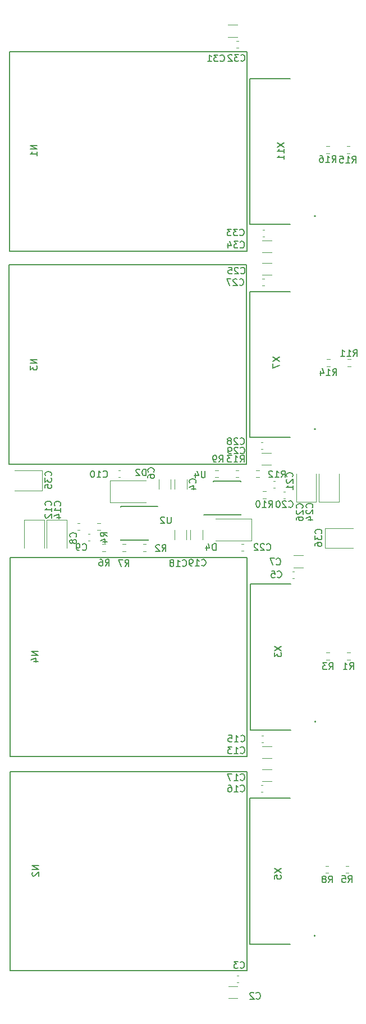
<source format=gbo>
%TF.GenerationSoftware,KiCad,Pcbnew,6.0.11-2627ca5db0~126~ubuntu20.04.1*%
%TF.CreationDate,2023-02-14T13:04:38+06:00*%
%TF.ProjectId,Router_Modems,526f7574-6572-45f4-9d6f-64656d732e6b,rev?*%
%TF.SameCoordinates,PX3975790PY2486960*%
%TF.FileFunction,Legend,Bot*%
%TF.FilePolarity,Positive*%
%FSLAX46Y46*%
G04 Gerber Fmt 4.6, Leading zero omitted, Abs format (unit mm)*
G04 Created by KiCad (PCBNEW 6.0.11-2627ca5db0~126~ubuntu20.04.1) date 2023-02-14 13:04:38*
%MOMM*%
%LPD*%
G01*
G04 APERTURE LIST*
%ADD10C,0.150000*%
%ADD11C,0.120000*%
%ADD12C,0.127000*%
%ADD13C,0.200000*%
G04 APERTURE END LIST*
D10*
X4462500Y-76950000D02*
X40212500Y-76950000D01*
X40212500Y-76950000D02*
X40212500Y-106950000D01*
X40212500Y-106950000D02*
X4462500Y-106950000D01*
X4462500Y-106950000D02*
X4462500Y-76950000D01*
X4412500Y-109200000D02*
X40162500Y-109200000D01*
X40162500Y-109200000D02*
X40162500Y-139200000D01*
X40162500Y-139200000D02*
X4412500Y-139200000D01*
X4412500Y-139200000D02*
X4412500Y-109200000D01*
X4312500Y-32900000D02*
X40112500Y-32900000D01*
X40112500Y-32900000D02*
X40112500Y-62900000D01*
X40112500Y-62900000D02*
X4312500Y-62900000D01*
X4312500Y-62900000D02*
X4312500Y-32900000D01*
X4362500Y-800000D02*
X40162500Y-800000D01*
X40162500Y-800000D02*
X40162500Y-30800000D01*
X40162500Y-30800000D02*
X4362500Y-30800000D01*
X4362500Y-30800000D02*
X4362500Y-800000D01*
%TO.C,C21*%
X47007142Y-64807142D02*
X47054761Y-64759523D01*
X47102380Y-64616666D01*
X47102380Y-64521428D01*
X47054761Y-64378571D01*
X46959523Y-64283333D01*
X46864285Y-64235714D01*
X46673809Y-64188095D01*
X46530952Y-64188095D01*
X46340476Y-64235714D01*
X46245238Y-64283333D01*
X46150000Y-64378571D01*
X46102380Y-64521428D01*
X46102380Y-64616666D01*
X46150000Y-64759523D01*
X46197619Y-64807142D01*
X46197619Y-65188095D02*
X46150000Y-65235714D01*
X46102380Y-65330952D01*
X46102380Y-65569047D01*
X46150000Y-65664285D01*
X46197619Y-65711904D01*
X46292857Y-65759523D01*
X46388095Y-65759523D01*
X46530952Y-65711904D01*
X47102380Y-65140476D01*
X47102380Y-65759523D01*
X47102380Y-66711904D02*
X47102380Y-66140476D01*
X47102380Y-66426190D02*
X46102380Y-66426190D01*
X46245238Y-66330952D01*
X46340476Y-66235714D01*
X46388095Y-66140476D01*
%TO.C,C24*%
X50007142Y-69457142D02*
X50054761Y-69409523D01*
X50102380Y-69266666D01*
X50102380Y-69171428D01*
X50054761Y-69028571D01*
X49959523Y-68933333D01*
X49864285Y-68885714D01*
X49673809Y-68838095D01*
X49530952Y-68838095D01*
X49340476Y-68885714D01*
X49245238Y-68933333D01*
X49150000Y-69028571D01*
X49102380Y-69171428D01*
X49102380Y-69266666D01*
X49150000Y-69409523D01*
X49197619Y-69457142D01*
X49197619Y-69838095D02*
X49150000Y-69885714D01*
X49102380Y-69980952D01*
X49102380Y-70219047D01*
X49150000Y-70314285D01*
X49197619Y-70361904D01*
X49292857Y-70409523D01*
X49388095Y-70409523D01*
X49530952Y-70361904D01*
X50102380Y-69790476D01*
X50102380Y-70409523D01*
X49435714Y-71266666D02*
X50102380Y-71266666D01*
X49054761Y-71028571D02*
X49769047Y-70790476D01*
X49769047Y-71409523D01*
%TO.C,R2*%
X27366666Y-76052380D02*
X27700000Y-75576190D01*
X27938095Y-76052380D02*
X27938095Y-75052380D01*
X27557142Y-75052380D01*
X27461904Y-75100000D01*
X27414285Y-75147619D01*
X27366666Y-75242857D01*
X27366666Y-75385714D01*
X27414285Y-75480952D01*
X27461904Y-75528571D01*
X27557142Y-75576190D01*
X27938095Y-75576190D01*
X26985714Y-75147619D02*
X26938095Y-75100000D01*
X26842857Y-75052380D01*
X26604761Y-75052380D01*
X26509523Y-75100000D01*
X26461904Y-75147619D01*
X26414285Y-75242857D01*
X26414285Y-75338095D01*
X26461904Y-75480952D01*
X27033333Y-76052380D01*
X26414285Y-76052380D01*
%TO.C,C34*%
X39142857Y-30257142D02*
X39190476Y-30304761D01*
X39333333Y-30352380D01*
X39428571Y-30352380D01*
X39571428Y-30304761D01*
X39666666Y-30209523D01*
X39714285Y-30114285D01*
X39761904Y-29923809D01*
X39761904Y-29780952D01*
X39714285Y-29590476D01*
X39666666Y-29495238D01*
X39571428Y-29400000D01*
X39428571Y-29352380D01*
X39333333Y-29352380D01*
X39190476Y-29400000D01*
X39142857Y-29447619D01*
X38809523Y-29352380D02*
X38190476Y-29352380D01*
X38523809Y-29733333D01*
X38380952Y-29733333D01*
X38285714Y-29780952D01*
X38238095Y-29828571D01*
X38190476Y-29923809D01*
X38190476Y-30161904D01*
X38238095Y-30257142D01*
X38285714Y-30304761D01*
X38380952Y-30352380D01*
X38666666Y-30352380D01*
X38761904Y-30304761D01*
X38809523Y-30257142D01*
X37333333Y-29685714D02*
X37333333Y-30352380D01*
X37571428Y-29304761D02*
X37809523Y-30019047D01*
X37190476Y-30019047D01*
%TO.C,N2*%
X8752380Y-123388095D02*
X7752380Y-123388095D01*
X8752380Y-123959523D01*
X7752380Y-123959523D01*
X7847619Y-124388095D02*
X7800000Y-124435714D01*
X7752380Y-124530952D01*
X7752380Y-124769047D01*
X7800000Y-124864285D01*
X7847619Y-124911904D01*
X7942857Y-124959523D01*
X8038095Y-124959523D01*
X8180952Y-124911904D01*
X8752380Y-124340476D01*
X8752380Y-124959523D01*
%TO.C,X5*%
X44301919Y-123839793D02*
X45302762Y-124507022D01*
X44301919Y-124507022D02*
X45302762Y-123839793D01*
X44301919Y-125364887D02*
X44301919Y-124888295D01*
X44778511Y-124840636D01*
X44730852Y-124888295D01*
X44683192Y-124983614D01*
X44683192Y-125221910D01*
X44730852Y-125317228D01*
X44778511Y-125364887D01*
X44873829Y-125412547D01*
X45112125Y-125412547D01*
X45207443Y-125364887D01*
X45255103Y-125317228D01*
X45302762Y-125221910D01*
X45302762Y-124983614D01*
X45255103Y-124888295D01*
X45207443Y-124840636D01*
%TO.C,R6*%
X18816666Y-78252380D02*
X19150000Y-77776190D01*
X19388095Y-78252380D02*
X19388095Y-77252380D01*
X19007142Y-77252380D01*
X18911904Y-77300000D01*
X18864285Y-77347619D01*
X18816666Y-77442857D01*
X18816666Y-77585714D01*
X18864285Y-77680952D01*
X18911904Y-77728571D01*
X19007142Y-77776190D01*
X19388095Y-77776190D01*
X17959523Y-77252380D02*
X18150000Y-77252380D01*
X18245238Y-77300000D01*
X18292857Y-77347619D01*
X18388095Y-77490476D01*
X18435714Y-77680952D01*
X18435714Y-78061904D01*
X18388095Y-78157142D01*
X18340476Y-78204761D01*
X18245238Y-78252380D01*
X18054761Y-78252380D01*
X17959523Y-78204761D01*
X17911904Y-78157142D01*
X17864285Y-78061904D01*
X17864285Y-77823809D01*
X17911904Y-77728571D01*
X17959523Y-77680952D01*
X18054761Y-77633333D01*
X18245238Y-77633333D01*
X18340476Y-77680952D01*
X18388095Y-77728571D01*
X18435714Y-77823809D01*
%TO.C,C28*%
X39142857Y-59857142D02*
X39190476Y-59904761D01*
X39333333Y-59952380D01*
X39428571Y-59952380D01*
X39571428Y-59904761D01*
X39666666Y-59809523D01*
X39714285Y-59714285D01*
X39761904Y-59523809D01*
X39761904Y-59380952D01*
X39714285Y-59190476D01*
X39666666Y-59095238D01*
X39571428Y-59000000D01*
X39428571Y-58952380D01*
X39333333Y-58952380D01*
X39190476Y-59000000D01*
X39142857Y-59047619D01*
X38761904Y-59047619D02*
X38714285Y-59000000D01*
X38619047Y-58952380D01*
X38380952Y-58952380D01*
X38285714Y-59000000D01*
X38238095Y-59047619D01*
X38190476Y-59142857D01*
X38190476Y-59238095D01*
X38238095Y-59380952D01*
X38809523Y-59952380D01*
X38190476Y-59952380D01*
X37619047Y-59380952D02*
X37714285Y-59333333D01*
X37761904Y-59285714D01*
X37809523Y-59190476D01*
X37809523Y-59142857D01*
X37761904Y-59047619D01*
X37714285Y-59000000D01*
X37619047Y-58952380D01*
X37428571Y-58952380D01*
X37333333Y-59000000D01*
X37285714Y-59047619D01*
X37238095Y-59142857D01*
X37238095Y-59190476D01*
X37285714Y-59285714D01*
X37333333Y-59333333D01*
X37428571Y-59380952D01*
X37619047Y-59380952D01*
X37714285Y-59428571D01*
X37761904Y-59476190D01*
X37809523Y-59571428D01*
X37809523Y-59761904D01*
X37761904Y-59857142D01*
X37714285Y-59904761D01*
X37619047Y-59952380D01*
X37428571Y-59952380D01*
X37333333Y-59904761D01*
X37285714Y-59857142D01*
X37238095Y-59761904D01*
X37238095Y-59571428D01*
X37285714Y-59476190D01*
X37333333Y-59428571D01*
X37428571Y-59380952D01*
%TO.C,C10*%
X18492857Y-64807142D02*
X18540476Y-64854761D01*
X18683333Y-64902380D01*
X18778571Y-64902380D01*
X18921428Y-64854761D01*
X19016666Y-64759523D01*
X19064285Y-64664285D01*
X19111904Y-64473809D01*
X19111904Y-64330952D01*
X19064285Y-64140476D01*
X19016666Y-64045238D01*
X18921428Y-63950000D01*
X18778571Y-63902380D01*
X18683333Y-63902380D01*
X18540476Y-63950000D01*
X18492857Y-63997619D01*
X17540476Y-64902380D02*
X18111904Y-64902380D01*
X17826190Y-64902380D02*
X17826190Y-63902380D01*
X17921428Y-64045238D01*
X18016666Y-64140476D01*
X18111904Y-64188095D01*
X16921428Y-63902380D02*
X16826190Y-63902380D01*
X16730952Y-63950000D01*
X16683333Y-63997619D01*
X16635714Y-64092857D01*
X16588095Y-64283333D01*
X16588095Y-64521428D01*
X16635714Y-64711904D01*
X16683333Y-64807142D01*
X16730952Y-64854761D01*
X16826190Y-64902380D01*
X16921428Y-64902380D01*
X17016666Y-64854761D01*
X17064285Y-64807142D01*
X17111904Y-64711904D01*
X17159523Y-64521428D01*
X17159523Y-64283333D01*
X17111904Y-64092857D01*
X17064285Y-63997619D01*
X17016666Y-63950000D01*
X16921428Y-63902380D01*
%TO.C,C2*%
X41566666Y-143407142D02*
X41614285Y-143454761D01*
X41757142Y-143502380D01*
X41852380Y-143502380D01*
X41995238Y-143454761D01*
X42090476Y-143359523D01*
X42138095Y-143264285D01*
X42185714Y-143073809D01*
X42185714Y-142930952D01*
X42138095Y-142740476D01*
X42090476Y-142645238D01*
X41995238Y-142550000D01*
X41852380Y-142502380D01*
X41757142Y-142502380D01*
X41614285Y-142550000D01*
X41566666Y-142597619D01*
X41185714Y-142597619D02*
X41138095Y-142550000D01*
X41042857Y-142502380D01*
X40804761Y-142502380D01*
X40709523Y-142550000D01*
X40661904Y-142597619D01*
X40614285Y-142692857D01*
X40614285Y-142788095D01*
X40661904Y-142930952D01*
X41233333Y-143502380D01*
X40614285Y-143502380D01*
%TO.C,C16*%
X39192857Y-112157142D02*
X39240476Y-112204761D01*
X39383333Y-112252380D01*
X39478571Y-112252380D01*
X39621428Y-112204761D01*
X39716666Y-112109523D01*
X39764285Y-112014285D01*
X39811904Y-111823809D01*
X39811904Y-111680952D01*
X39764285Y-111490476D01*
X39716666Y-111395238D01*
X39621428Y-111300000D01*
X39478571Y-111252380D01*
X39383333Y-111252380D01*
X39240476Y-111300000D01*
X39192857Y-111347619D01*
X38240476Y-112252380D02*
X38811904Y-112252380D01*
X38526190Y-112252380D02*
X38526190Y-111252380D01*
X38621428Y-111395238D01*
X38716666Y-111490476D01*
X38811904Y-111538095D01*
X37383333Y-111252380D02*
X37573809Y-111252380D01*
X37669047Y-111300000D01*
X37716666Y-111347619D01*
X37811904Y-111490476D01*
X37859523Y-111680952D01*
X37859523Y-112061904D01*
X37811904Y-112157142D01*
X37764285Y-112204761D01*
X37669047Y-112252380D01*
X37478571Y-112252380D01*
X37383333Y-112204761D01*
X37335714Y-112157142D01*
X37288095Y-112061904D01*
X37288095Y-111823809D01*
X37335714Y-111728571D01*
X37383333Y-111680952D01*
X37478571Y-111633333D01*
X37669047Y-111633333D01*
X37764285Y-111680952D01*
X37811904Y-111728571D01*
X37859523Y-111823809D01*
%TO.C,R11*%
X56217857Y-46672380D02*
X56551190Y-46196190D01*
X56789285Y-46672380D02*
X56789285Y-45672380D01*
X56408333Y-45672380D01*
X56313095Y-45720000D01*
X56265476Y-45767619D01*
X56217857Y-45862857D01*
X56217857Y-46005714D01*
X56265476Y-46100952D01*
X56313095Y-46148571D01*
X56408333Y-46196190D01*
X56789285Y-46196190D01*
X55265476Y-46672380D02*
X55836904Y-46672380D01*
X55551190Y-46672380D02*
X55551190Y-45672380D01*
X55646428Y-45815238D01*
X55741666Y-45910476D01*
X55836904Y-45958095D01*
X54313095Y-46672380D02*
X54884523Y-46672380D01*
X54598809Y-46672380D02*
X54598809Y-45672380D01*
X54694047Y-45815238D01*
X54789285Y-45910476D01*
X54884523Y-45958095D01*
%TO.C,C8*%
X14357142Y-73883333D02*
X14404761Y-73835714D01*
X14452380Y-73692857D01*
X14452380Y-73597619D01*
X14404761Y-73454761D01*
X14309523Y-73359523D01*
X14214285Y-73311904D01*
X14023809Y-73264285D01*
X13880952Y-73264285D01*
X13690476Y-73311904D01*
X13595238Y-73359523D01*
X13500000Y-73454761D01*
X13452380Y-73597619D01*
X13452380Y-73692857D01*
X13500000Y-73835714D01*
X13547619Y-73883333D01*
X13880952Y-74454761D02*
X13833333Y-74359523D01*
X13785714Y-74311904D01*
X13690476Y-74264285D01*
X13642857Y-74264285D01*
X13547619Y-74311904D01*
X13500000Y-74359523D01*
X13452380Y-74454761D01*
X13452380Y-74645238D01*
X13500000Y-74740476D01*
X13547619Y-74788095D01*
X13642857Y-74835714D01*
X13690476Y-74835714D01*
X13785714Y-74788095D01*
X13833333Y-74740476D01*
X13880952Y-74645238D01*
X13880952Y-74454761D01*
X13928571Y-74359523D01*
X13976190Y-74311904D01*
X14071428Y-74264285D01*
X14261904Y-74264285D01*
X14357142Y-74311904D01*
X14404761Y-74359523D01*
X14452380Y-74454761D01*
X14452380Y-74645238D01*
X14404761Y-74740476D01*
X14357142Y-74788095D01*
X14261904Y-74835714D01*
X14071428Y-74835714D01*
X13976190Y-74788095D01*
X13928571Y-74740476D01*
X13880952Y-74645238D01*
%TO.C,C19*%
X33342857Y-78157142D02*
X33390476Y-78204761D01*
X33533333Y-78252380D01*
X33628571Y-78252380D01*
X33771428Y-78204761D01*
X33866666Y-78109523D01*
X33914285Y-78014285D01*
X33961904Y-77823809D01*
X33961904Y-77680952D01*
X33914285Y-77490476D01*
X33866666Y-77395238D01*
X33771428Y-77300000D01*
X33628571Y-77252380D01*
X33533333Y-77252380D01*
X33390476Y-77300000D01*
X33342857Y-77347619D01*
X32390476Y-78252380D02*
X32961904Y-78252380D01*
X32676190Y-78252380D02*
X32676190Y-77252380D01*
X32771428Y-77395238D01*
X32866666Y-77490476D01*
X32961904Y-77538095D01*
X31914285Y-78252380D02*
X31723809Y-78252380D01*
X31628571Y-78204761D01*
X31580952Y-78157142D01*
X31485714Y-78014285D01*
X31438095Y-77823809D01*
X31438095Y-77442857D01*
X31485714Y-77347619D01*
X31533333Y-77300000D01*
X31628571Y-77252380D01*
X31819047Y-77252380D01*
X31914285Y-77300000D01*
X31961904Y-77347619D01*
X32009523Y-77442857D01*
X32009523Y-77680952D01*
X31961904Y-77776190D01*
X31914285Y-77823809D01*
X31819047Y-77871428D01*
X31628571Y-77871428D01*
X31533333Y-77823809D01*
X31485714Y-77776190D01*
X31438095Y-77680952D01*
%TO.C,R9*%
X35966666Y-62602380D02*
X36300000Y-62126190D01*
X36538095Y-62602380D02*
X36538095Y-61602380D01*
X36157142Y-61602380D01*
X36061904Y-61650000D01*
X36014285Y-61697619D01*
X35966666Y-61792857D01*
X35966666Y-61935714D01*
X36014285Y-62030952D01*
X36061904Y-62078571D01*
X36157142Y-62126190D01*
X36538095Y-62126190D01*
X35490476Y-62602380D02*
X35300000Y-62602380D01*
X35204761Y-62554761D01*
X35157142Y-62507142D01*
X35061904Y-62364285D01*
X35014285Y-62173809D01*
X35014285Y-61792857D01*
X35061904Y-61697619D01*
X35109523Y-61650000D01*
X35204761Y-61602380D01*
X35395238Y-61602380D01*
X35490476Y-61650000D01*
X35538095Y-61697619D01*
X35585714Y-61792857D01*
X35585714Y-62030952D01*
X35538095Y-62126190D01*
X35490476Y-62173809D01*
X35395238Y-62221428D01*
X35204761Y-62221428D01*
X35109523Y-62173809D01*
X35061904Y-62126190D01*
X35014285Y-62030952D01*
%TO.C,R8*%
X52466666Y-125952380D02*
X52800000Y-125476190D01*
X53038095Y-125952380D02*
X53038095Y-124952380D01*
X52657142Y-124952380D01*
X52561904Y-125000000D01*
X52514285Y-125047619D01*
X52466666Y-125142857D01*
X52466666Y-125285714D01*
X52514285Y-125380952D01*
X52561904Y-125428571D01*
X52657142Y-125476190D01*
X53038095Y-125476190D01*
X51895238Y-125380952D02*
X51990476Y-125333333D01*
X52038095Y-125285714D01*
X52085714Y-125190476D01*
X52085714Y-125142857D01*
X52038095Y-125047619D01*
X51990476Y-125000000D01*
X51895238Y-124952380D01*
X51704761Y-124952380D01*
X51609523Y-125000000D01*
X51561904Y-125047619D01*
X51514285Y-125142857D01*
X51514285Y-125190476D01*
X51561904Y-125285714D01*
X51609523Y-125333333D01*
X51704761Y-125380952D01*
X51895238Y-125380952D01*
X51990476Y-125428571D01*
X52038095Y-125476190D01*
X52085714Y-125571428D01*
X52085714Y-125761904D01*
X52038095Y-125857142D01*
X51990476Y-125904761D01*
X51895238Y-125952380D01*
X51704761Y-125952380D01*
X51609523Y-125904761D01*
X51561904Y-125857142D01*
X51514285Y-125761904D01*
X51514285Y-125571428D01*
X51561904Y-125476190D01*
X51609523Y-125428571D01*
X51704761Y-125380952D01*
%TO.C,C32*%
X39242857Y-2107142D02*
X39290476Y-2154761D01*
X39433333Y-2202380D01*
X39528571Y-2202380D01*
X39671428Y-2154761D01*
X39766666Y-2059523D01*
X39814285Y-1964285D01*
X39861904Y-1773809D01*
X39861904Y-1630952D01*
X39814285Y-1440476D01*
X39766666Y-1345238D01*
X39671428Y-1250000D01*
X39528571Y-1202380D01*
X39433333Y-1202380D01*
X39290476Y-1250000D01*
X39242857Y-1297619D01*
X38909523Y-1202380D02*
X38290476Y-1202380D01*
X38623809Y-1583333D01*
X38480952Y-1583333D01*
X38385714Y-1630952D01*
X38338095Y-1678571D01*
X38290476Y-1773809D01*
X38290476Y-2011904D01*
X38338095Y-2107142D01*
X38385714Y-2154761D01*
X38480952Y-2202380D01*
X38766666Y-2202380D01*
X38861904Y-2154761D01*
X38909523Y-2107142D01*
X37909523Y-1297619D02*
X37861904Y-1250000D01*
X37766666Y-1202380D01*
X37528571Y-1202380D01*
X37433333Y-1250000D01*
X37385714Y-1297619D01*
X37338095Y-1392857D01*
X37338095Y-1488095D01*
X37385714Y-1630952D01*
X37957142Y-2202380D01*
X37338095Y-2202380D01*
%TO.C,D2*%
X24938095Y-64652380D02*
X24938095Y-63652380D01*
X24700000Y-63652380D01*
X24557142Y-63700000D01*
X24461904Y-63795238D01*
X24414285Y-63890476D01*
X24366666Y-64080952D01*
X24366666Y-64223809D01*
X24414285Y-64414285D01*
X24461904Y-64509523D01*
X24557142Y-64604761D01*
X24700000Y-64652380D01*
X24938095Y-64652380D01*
X23985714Y-63747619D02*
X23938095Y-63700000D01*
X23842857Y-63652380D01*
X23604761Y-63652380D01*
X23509523Y-63700000D01*
X23461904Y-63747619D01*
X23414285Y-63842857D01*
X23414285Y-63938095D01*
X23461904Y-64080952D01*
X24033333Y-64652380D01*
X23414285Y-64652380D01*
%TO.C,C4*%
X32382142Y-65758333D02*
X32429761Y-65710714D01*
X32477380Y-65567857D01*
X32477380Y-65472619D01*
X32429761Y-65329761D01*
X32334523Y-65234523D01*
X32239285Y-65186904D01*
X32048809Y-65139285D01*
X31905952Y-65139285D01*
X31715476Y-65186904D01*
X31620238Y-65234523D01*
X31525000Y-65329761D01*
X31477380Y-65472619D01*
X31477380Y-65567857D01*
X31525000Y-65710714D01*
X31572619Y-65758333D01*
X31810714Y-66615476D02*
X32477380Y-66615476D01*
X31429761Y-66377380D02*
X32144047Y-66139285D01*
X32144047Y-66758333D01*
%TO.C,C9*%
X15366666Y-75807142D02*
X15414285Y-75854761D01*
X15557142Y-75902380D01*
X15652380Y-75902380D01*
X15795238Y-75854761D01*
X15890476Y-75759523D01*
X15938095Y-75664285D01*
X15985714Y-75473809D01*
X15985714Y-75330952D01*
X15938095Y-75140476D01*
X15890476Y-75045238D01*
X15795238Y-74950000D01*
X15652380Y-74902380D01*
X15557142Y-74902380D01*
X15414285Y-74950000D01*
X15366666Y-74997619D01*
X14890476Y-75902380D02*
X14700000Y-75902380D01*
X14604761Y-75854761D01*
X14557142Y-75807142D01*
X14461904Y-75664285D01*
X14414285Y-75473809D01*
X14414285Y-75092857D01*
X14461904Y-74997619D01*
X14509523Y-74950000D01*
X14604761Y-74902380D01*
X14795238Y-74902380D01*
X14890476Y-74950000D01*
X14938095Y-74997619D01*
X14985714Y-75092857D01*
X14985714Y-75330952D01*
X14938095Y-75426190D01*
X14890476Y-75473809D01*
X14795238Y-75521428D01*
X14604761Y-75521428D01*
X14509523Y-75473809D01*
X14461904Y-75426190D01*
X14414285Y-75330952D01*
%TO.C,R12*%
X45342857Y-64902380D02*
X45676190Y-64426190D01*
X45914285Y-64902380D02*
X45914285Y-63902380D01*
X45533333Y-63902380D01*
X45438095Y-63950000D01*
X45390476Y-63997619D01*
X45342857Y-64092857D01*
X45342857Y-64235714D01*
X45390476Y-64330952D01*
X45438095Y-64378571D01*
X45533333Y-64426190D01*
X45914285Y-64426190D01*
X44390476Y-64902380D02*
X44961904Y-64902380D01*
X44676190Y-64902380D02*
X44676190Y-63902380D01*
X44771428Y-64045238D01*
X44866666Y-64140476D01*
X44961904Y-64188095D01*
X44009523Y-63997619D02*
X43961904Y-63950000D01*
X43866666Y-63902380D01*
X43628571Y-63902380D01*
X43533333Y-63950000D01*
X43485714Y-63997619D01*
X43438095Y-64092857D01*
X43438095Y-64188095D01*
X43485714Y-64330952D01*
X44057142Y-64902380D01*
X43438095Y-64902380D01*
%TO.C,C25*%
X39242857Y-34157142D02*
X39290476Y-34204761D01*
X39433333Y-34252380D01*
X39528571Y-34252380D01*
X39671428Y-34204761D01*
X39766666Y-34109523D01*
X39814285Y-34014285D01*
X39861904Y-33823809D01*
X39861904Y-33680952D01*
X39814285Y-33490476D01*
X39766666Y-33395238D01*
X39671428Y-33300000D01*
X39528571Y-33252380D01*
X39433333Y-33252380D01*
X39290476Y-33300000D01*
X39242857Y-33347619D01*
X38861904Y-33347619D02*
X38814285Y-33300000D01*
X38719047Y-33252380D01*
X38480952Y-33252380D01*
X38385714Y-33300000D01*
X38338095Y-33347619D01*
X38290476Y-33442857D01*
X38290476Y-33538095D01*
X38338095Y-33680952D01*
X38909523Y-34252380D01*
X38290476Y-34252380D01*
X37385714Y-33252380D02*
X37861904Y-33252380D01*
X37909523Y-33728571D01*
X37861904Y-33680952D01*
X37766666Y-33633333D01*
X37528571Y-33633333D01*
X37433333Y-33680952D01*
X37385714Y-33728571D01*
X37338095Y-33823809D01*
X37338095Y-34061904D01*
X37385714Y-34157142D01*
X37433333Y-34204761D01*
X37528571Y-34252380D01*
X37766666Y-34252380D01*
X37861904Y-34204761D01*
X37909523Y-34157142D01*
%TO.C,R16*%
X53017857Y-17432380D02*
X53351190Y-16956190D01*
X53589285Y-17432380D02*
X53589285Y-16432380D01*
X53208333Y-16432380D01*
X53113095Y-16480000D01*
X53065476Y-16527619D01*
X53017857Y-16622857D01*
X53017857Y-16765714D01*
X53065476Y-16860952D01*
X53113095Y-16908571D01*
X53208333Y-16956190D01*
X53589285Y-16956190D01*
X52065476Y-17432380D02*
X52636904Y-17432380D01*
X52351190Y-17432380D02*
X52351190Y-16432380D01*
X52446428Y-16575238D01*
X52541666Y-16670476D01*
X52636904Y-16718095D01*
X51208333Y-16432380D02*
X51398809Y-16432380D01*
X51494047Y-16480000D01*
X51541666Y-16527619D01*
X51636904Y-16670476D01*
X51684523Y-16860952D01*
X51684523Y-17241904D01*
X51636904Y-17337142D01*
X51589285Y-17384761D01*
X51494047Y-17432380D01*
X51303571Y-17432380D01*
X51208333Y-17384761D01*
X51160714Y-17337142D01*
X51113095Y-17241904D01*
X51113095Y-17003809D01*
X51160714Y-16908571D01*
X51208333Y-16860952D01*
X51303571Y-16813333D01*
X51494047Y-16813333D01*
X51589285Y-16860952D01*
X51636904Y-16908571D01*
X51684523Y-17003809D01*
%TO.C,C20*%
X46467857Y-69337142D02*
X46515476Y-69384761D01*
X46658333Y-69432380D01*
X46753571Y-69432380D01*
X46896428Y-69384761D01*
X46991666Y-69289523D01*
X47039285Y-69194285D01*
X47086904Y-69003809D01*
X47086904Y-68860952D01*
X47039285Y-68670476D01*
X46991666Y-68575238D01*
X46896428Y-68480000D01*
X46753571Y-68432380D01*
X46658333Y-68432380D01*
X46515476Y-68480000D01*
X46467857Y-68527619D01*
X46086904Y-68527619D02*
X46039285Y-68480000D01*
X45944047Y-68432380D01*
X45705952Y-68432380D01*
X45610714Y-68480000D01*
X45563095Y-68527619D01*
X45515476Y-68622857D01*
X45515476Y-68718095D01*
X45563095Y-68860952D01*
X46134523Y-69432380D01*
X45515476Y-69432380D01*
X44896428Y-68432380D02*
X44801190Y-68432380D01*
X44705952Y-68480000D01*
X44658333Y-68527619D01*
X44610714Y-68622857D01*
X44563095Y-68813333D01*
X44563095Y-69051428D01*
X44610714Y-69241904D01*
X44658333Y-69337142D01*
X44705952Y-69384761D01*
X44801190Y-69432380D01*
X44896428Y-69432380D01*
X44991666Y-69384761D01*
X45039285Y-69337142D01*
X45086904Y-69241904D01*
X45134523Y-69051428D01*
X45134523Y-68813333D01*
X45086904Y-68622857D01*
X45039285Y-68527619D01*
X44991666Y-68480000D01*
X44896428Y-68432380D01*
%TO.C,N3*%
X8502380Y-47138095D02*
X7502380Y-47138095D01*
X8502380Y-47709523D01*
X7502380Y-47709523D01*
X7502380Y-48090476D02*
X7502380Y-48709523D01*
X7883333Y-48376190D01*
X7883333Y-48519047D01*
X7930952Y-48614285D01*
X7978571Y-48661904D01*
X8073809Y-48709523D01*
X8311904Y-48709523D01*
X8407142Y-48661904D01*
X8454761Y-48614285D01*
X8502380Y-48519047D01*
X8502380Y-48233333D01*
X8454761Y-48138095D01*
X8407142Y-48090476D01*
%TO.C,C17*%
X39192857Y-110457142D02*
X39240476Y-110504761D01*
X39383333Y-110552380D01*
X39478571Y-110552380D01*
X39621428Y-110504761D01*
X39716666Y-110409523D01*
X39764285Y-110314285D01*
X39811904Y-110123809D01*
X39811904Y-109980952D01*
X39764285Y-109790476D01*
X39716666Y-109695238D01*
X39621428Y-109600000D01*
X39478571Y-109552380D01*
X39383333Y-109552380D01*
X39240476Y-109600000D01*
X39192857Y-109647619D01*
X38240476Y-110552380D02*
X38811904Y-110552380D01*
X38526190Y-110552380D02*
X38526190Y-109552380D01*
X38621428Y-109695238D01*
X38716666Y-109790476D01*
X38811904Y-109838095D01*
X37907142Y-109552380D02*
X37240476Y-109552380D01*
X37669047Y-110552380D01*
%TO.C,C33*%
X39092857Y-28407142D02*
X39140476Y-28454761D01*
X39283333Y-28502380D01*
X39378571Y-28502380D01*
X39521428Y-28454761D01*
X39616666Y-28359523D01*
X39664285Y-28264285D01*
X39711904Y-28073809D01*
X39711904Y-27930952D01*
X39664285Y-27740476D01*
X39616666Y-27645238D01*
X39521428Y-27550000D01*
X39378571Y-27502380D01*
X39283333Y-27502380D01*
X39140476Y-27550000D01*
X39092857Y-27597619D01*
X38759523Y-27502380D02*
X38140476Y-27502380D01*
X38473809Y-27883333D01*
X38330952Y-27883333D01*
X38235714Y-27930952D01*
X38188095Y-27978571D01*
X38140476Y-28073809D01*
X38140476Y-28311904D01*
X38188095Y-28407142D01*
X38235714Y-28454761D01*
X38330952Y-28502380D01*
X38616666Y-28502380D01*
X38711904Y-28454761D01*
X38759523Y-28407142D01*
X37807142Y-27502380D02*
X37188095Y-27502380D01*
X37521428Y-27883333D01*
X37378571Y-27883333D01*
X37283333Y-27930952D01*
X37235714Y-27978571D01*
X37188095Y-28073809D01*
X37188095Y-28311904D01*
X37235714Y-28407142D01*
X37283333Y-28454761D01*
X37378571Y-28502380D01*
X37664285Y-28502380D01*
X37759523Y-28454761D01*
X37807142Y-28407142D01*
%TO.C,C26*%
X48507142Y-69507142D02*
X48554761Y-69459523D01*
X48602380Y-69316666D01*
X48602380Y-69221428D01*
X48554761Y-69078571D01*
X48459523Y-68983333D01*
X48364285Y-68935714D01*
X48173809Y-68888095D01*
X48030952Y-68888095D01*
X47840476Y-68935714D01*
X47745238Y-68983333D01*
X47650000Y-69078571D01*
X47602380Y-69221428D01*
X47602380Y-69316666D01*
X47650000Y-69459523D01*
X47697619Y-69507142D01*
X47697619Y-69888095D02*
X47650000Y-69935714D01*
X47602380Y-70030952D01*
X47602380Y-70269047D01*
X47650000Y-70364285D01*
X47697619Y-70411904D01*
X47792857Y-70459523D01*
X47888095Y-70459523D01*
X48030952Y-70411904D01*
X48602380Y-69840476D01*
X48602380Y-70459523D01*
X47602380Y-71316666D02*
X47602380Y-71126190D01*
X47650000Y-71030952D01*
X47697619Y-70983333D01*
X47840476Y-70888095D01*
X48030952Y-70840476D01*
X48411904Y-70840476D01*
X48507142Y-70888095D01*
X48554761Y-70935714D01*
X48602380Y-71030952D01*
X48602380Y-71221428D01*
X48554761Y-71316666D01*
X48507142Y-71364285D01*
X48411904Y-71411904D01*
X48173809Y-71411904D01*
X48078571Y-71364285D01*
X48030952Y-71316666D01*
X47983333Y-71221428D01*
X47983333Y-71030952D01*
X48030952Y-70935714D01*
X48078571Y-70888095D01*
X48173809Y-70840476D01*
%TO.C,X7*%
X44051919Y-46789793D02*
X45052762Y-47457022D01*
X44051919Y-47457022D02*
X45052762Y-46789793D01*
X44051919Y-47742977D02*
X44051919Y-48410206D01*
X45052762Y-47981273D01*
%TO.C,C6*%
X26107142Y-64083333D02*
X26154761Y-64035714D01*
X26202380Y-63892857D01*
X26202380Y-63797619D01*
X26154761Y-63654761D01*
X26059523Y-63559523D01*
X25964285Y-63511904D01*
X25773809Y-63464285D01*
X25630952Y-63464285D01*
X25440476Y-63511904D01*
X25345238Y-63559523D01*
X25250000Y-63654761D01*
X25202380Y-63797619D01*
X25202380Y-63892857D01*
X25250000Y-64035714D01*
X25297619Y-64083333D01*
X25202380Y-64940476D02*
X25202380Y-64750000D01*
X25250000Y-64654761D01*
X25297619Y-64607142D01*
X25440476Y-64511904D01*
X25630952Y-64464285D01*
X26011904Y-64464285D01*
X26107142Y-64511904D01*
X26154761Y-64559523D01*
X26202380Y-64654761D01*
X26202380Y-64845238D01*
X26154761Y-64940476D01*
X26107142Y-64988095D01*
X26011904Y-65035714D01*
X25773809Y-65035714D01*
X25678571Y-64988095D01*
X25630952Y-64940476D01*
X25583333Y-64845238D01*
X25583333Y-64654761D01*
X25630952Y-64559523D01*
X25678571Y-64511904D01*
X25773809Y-64464285D01*
%TO.C,C35*%
X10607142Y-64657142D02*
X10654761Y-64609523D01*
X10702380Y-64466666D01*
X10702380Y-64371428D01*
X10654761Y-64228571D01*
X10559523Y-64133333D01*
X10464285Y-64085714D01*
X10273809Y-64038095D01*
X10130952Y-64038095D01*
X9940476Y-64085714D01*
X9845238Y-64133333D01*
X9750000Y-64228571D01*
X9702380Y-64371428D01*
X9702380Y-64466666D01*
X9750000Y-64609523D01*
X9797619Y-64657142D01*
X9702380Y-64990476D02*
X9702380Y-65609523D01*
X10083333Y-65276190D01*
X10083333Y-65419047D01*
X10130952Y-65514285D01*
X10178571Y-65561904D01*
X10273809Y-65609523D01*
X10511904Y-65609523D01*
X10607142Y-65561904D01*
X10654761Y-65514285D01*
X10702380Y-65419047D01*
X10702380Y-65133333D01*
X10654761Y-65038095D01*
X10607142Y-64990476D01*
X9702380Y-66514285D02*
X9702380Y-66038095D01*
X10178571Y-65990476D01*
X10130952Y-66038095D01*
X10083333Y-66133333D01*
X10083333Y-66371428D01*
X10130952Y-66466666D01*
X10178571Y-66514285D01*
X10273809Y-66561904D01*
X10511904Y-66561904D01*
X10607142Y-66514285D01*
X10654761Y-66466666D01*
X10702380Y-66371428D01*
X10702380Y-66133333D01*
X10654761Y-66038095D01*
X10607142Y-65990476D01*
%TO.C,R10*%
X43442857Y-69402380D02*
X43776190Y-68926190D01*
X44014285Y-69402380D02*
X44014285Y-68402380D01*
X43633333Y-68402380D01*
X43538095Y-68450000D01*
X43490476Y-68497619D01*
X43442857Y-68592857D01*
X43442857Y-68735714D01*
X43490476Y-68830952D01*
X43538095Y-68878571D01*
X43633333Y-68926190D01*
X44014285Y-68926190D01*
X42490476Y-69402380D02*
X43061904Y-69402380D01*
X42776190Y-69402380D02*
X42776190Y-68402380D01*
X42871428Y-68545238D01*
X42966666Y-68640476D01*
X43061904Y-68688095D01*
X41871428Y-68402380D02*
X41776190Y-68402380D01*
X41680952Y-68450000D01*
X41633333Y-68497619D01*
X41585714Y-68592857D01*
X41538095Y-68783333D01*
X41538095Y-69021428D01*
X41585714Y-69211904D01*
X41633333Y-69307142D01*
X41680952Y-69354761D01*
X41776190Y-69402380D01*
X41871428Y-69402380D01*
X41966666Y-69354761D01*
X42014285Y-69307142D01*
X42061904Y-69211904D01*
X42109523Y-69021428D01*
X42109523Y-68783333D01*
X42061904Y-68592857D01*
X42014285Y-68497619D01*
X41966666Y-68450000D01*
X41871428Y-68402380D01*
%TO.C,R15*%
X56042857Y-17502380D02*
X56376190Y-17026190D01*
X56614285Y-17502380D02*
X56614285Y-16502380D01*
X56233333Y-16502380D01*
X56138095Y-16550000D01*
X56090476Y-16597619D01*
X56042857Y-16692857D01*
X56042857Y-16835714D01*
X56090476Y-16930952D01*
X56138095Y-16978571D01*
X56233333Y-17026190D01*
X56614285Y-17026190D01*
X55090476Y-17502380D02*
X55661904Y-17502380D01*
X55376190Y-17502380D02*
X55376190Y-16502380D01*
X55471428Y-16645238D01*
X55566666Y-16740476D01*
X55661904Y-16788095D01*
X54185714Y-16502380D02*
X54661904Y-16502380D01*
X54709523Y-16978571D01*
X54661904Y-16930952D01*
X54566666Y-16883333D01*
X54328571Y-16883333D01*
X54233333Y-16930952D01*
X54185714Y-16978571D01*
X54138095Y-17073809D01*
X54138095Y-17311904D01*
X54185714Y-17407142D01*
X54233333Y-17454761D01*
X54328571Y-17502380D01*
X54566666Y-17502380D01*
X54661904Y-17454761D01*
X54709523Y-17407142D01*
%TO.C,C31*%
X36142857Y-2157142D02*
X36190476Y-2204761D01*
X36333333Y-2252380D01*
X36428571Y-2252380D01*
X36571428Y-2204761D01*
X36666666Y-2109523D01*
X36714285Y-2014285D01*
X36761904Y-1823809D01*
X36761904Y-1680952D01*
X36714285Y-1490476D01*
X36666666Y-1395238D01*
X36571428Y-1300000D01*
X36428571Y-1252380D01*
X36333333Y-1252380D01*
X36190476Y-1300000D01*
X36142857Y-1347619D01*
X35809523Y-1252380D02*
X35190476Y-1252380D01*
X35523809Y-1633333D01*
X35380952Y-1633333D01*
X35285714Y-1680952D01*
X35238095Y-1728571D01*
X35190476Y-1823809D01*
X35190476Y-2061904D01*
X35238095Y-2157142D01*
X35285714Y-2204761D01*
X35380952Y-2252380D01*
X35666666Y-2252380D01*
X35761904Y-2204761D01*
X35809523Y-2157142D01*
X34238095Y-2252380D02*
X34809523Y-2252380D01*
X34523809Y-2252380D02*
X34523809Y-1252380D01*
X34619047Y-1395238D01*
X34714285Y-1490476D01*
X34809523Y-1538095D01*
%TO.C,U4*%
X33861904Y-63952380D02*
X33861904Y-64761904D01*
X33814285Y-64857142D01*
X33766666Y-64904761D01*
X33671428Y-64952380D01*
X33480952Y-64952380D01*
X33385714Y-64904761D01*
X33338095Y-64857142D01*
X33290476Y-64761904D01*
X33290476Y-63952380D01*
X32385714Y-64285714D02*
X32385714Y-64952380D01*
X32623809Y-63904761D02*
X32861904Y-64619047D01*
X32242857Y-64619047D01*
%TO.C,R13*%
X39142857Y-62602380D02*
X39476190Y-62126190D01*
X39714285Y-62602380D02*
X39714285Y-61602380D01*
X39333333Y-61602380D01*
X39238095Y-61650000D01*
X39190476Y-61697619D01*
X39142857Y-61792857D01*
X39142857Y-61935714D01*
X39190476Y-62030952D01*
X39238095Y-62078571D01*
X39333333Y-62126190D01*
X39714285Y-62126190D01*
X38190476Y-62602380D02*
X38761904Y-62602380D01*
X38476190Y-62602380D02*
X38476190Y-61602380D01*
X38571428Y-61745238D01*
X38666666Y-61840476D01*
X38761904Y-61888095D01*
X37857142Y-61602380D02*
X37238095Y-61602380D01*
X37571428Y-61983333D01*
X37428571Y-61983333D01*
X37333333Y-62030952D01*
X37285714Y-62078571D01*
X37238095Y-62173809D01*
X37238095Y-62411904D01*
X37285714Y-62507142D01*
X37333333Y-62554761D01*
X37428571Y-62602380D01*
X37714285Y-62602380D01*
X37809523Y-62554761D01*
X37857142Y-62507142D01*
%TO.C,C3*%
X39166666Y-138757142D02*
X39214285Y-138804761D01*
X39357142Y-138852380D01*
X39452380Y-138852380D01*
X39595238Y-138804761D01*
X39690476Y-138709523D01*
X39738095Y-138614285D01*
X39785714Y-138423809D01*
X39785714Y-138280952D01*
X39738095Y-138090476D01*
X39690476Y-137995238D01*
X39595238Y-137900000D01*
X39452380Y-137852380D01*
X39357142Y-137852380D01*
X39214285Y-137900000D01*
X39166666Y-137947619D01*
X38833333Y-137852380D02*
X38214285Y-137852380D01*
X38547619Y-138233333D01*
X38404761Y-138233333D01*
X38309523Y-138280952D01*
X38261904Y-138328571D01*
X38214285Y-138423809D01*
X38214285Y-138661904D01*
X38261904Y-138757142D01*
X38309523Y-138804761D01*
X38404761Y-138852380D01*
X38690476Y-138852380D01*
X38785714Y-138804761D01*
X38833333Y-138757142D01*
%TO.C,C22*%
X43142857Y-75807142D02*
X43190476Y-75854761D01*
X43333333Y-75902380D01*
X43428571Y-75902380D01*
X43571428Y-75854761D01*
X43666666Y-75759523D01*
X43714285Y-75664285D01*
X43761904Y-75473809D01*
X43761904Y-75330952D01*
X43714285Y-75140476D01*
X43666666Y-75045238D01*
X43571428Y-74950000D01*
X43428571Y-74902380D01*
X43333333Y-74902380D01*
X43190476Y-74950000D01*
X43142857Y-74997619D01*
X42761904Y-74997619D02*
X42714285Y-74950000D01*
X42619047Y-74902380D01*
X42380952Y-74902380D01*
X42285714Y-74950000D01*
X42238095Y-74997619D01*
X42190476Y-75092857D01*
X42190476Y-75188095D01*
X42238095Y-75330952D01*
X42809523Y-75902380D01*
X42190476Y-75902380D01*
X41809523Y-74997619D02*
X41761904Y-74950000D01*
X41666666Y-74902380D01*
X41428571Y-74902380D01*
X41333333Y-74950000D01*
X41285714Y-74997619D01*
X41238095Y-75092857D01*
X41238095Y-75188095D01*
X41285714Y-75330952D01*
X41857142Y-75902380D01*
X41238095Y-75902380D01*
%TO.C,U2*%
X28711904Y-70852380D02*
X28711904Y-71661904D01*
X28664285Y-71757142D01*
X28616666Y-71804761D01*
X28521428Y-71852380D01*
X28330952Y-71852380D01*
X28235714Y-71804761D01*
X28188095Y-71757142D01*
X28140476Y-71661904D01*
X28140476Y-70852380D01*
X27711904Y-70947619D02*
X27664285Y-70900000D01*
X27569047Y-70852380D01*
X27330952Y-70852380D01*
X27235714Y-70900000D01*
X27188095Y-70947619D01*
X27140476Y-71042857D01*
X27140476Y-71138095D01*
X27188095Y-71280952D01*
X27759523Y-71852380D01*
X27140476Y-71852380D01*
%TO.C,D4*%
X35488095Y-75902380D02*
X35488095Y-74902380D01*
X35250000Y-74902380D01*
X35107142Y-74950000D01*
X35011904Y-75045238D01*
X34964285Y-75140476D01*
X34916666Y-75330952D01*
X34916666Y-75473809D01*
X34964285Y-75664285D01*
X35011904Y-75759523D01*
X35107142Y-75854761D01*
X35250000Y-75902380D01*
X35488095Y-75902380D01*
X34059523Y-75235714D02*
X34059523Y-75902380D01*
X34297619Y-74854761D02*
X34535714Y-75569047D01*
X33916666Y-75569047D01*
%TO.C,C5*%
X44766666Y-79907142D02*
X44814285Y-79954761D01*
X44957142Y-80002380D01*
X45052380Y-80002380D01*
X45195238Y-79954761D01*
X45290476Y-79859523D01*
X45338095Y-79764285D01*
X45385714Y-79573809D01*
X45385714Y-79430952D01*
X45338095Y-79240476D01*
X45290476Y-79145238D01*
X45195238Y-79050000D01*
X45052380Y-79002380D01*
X44957142Y-79002380D01*
X44814285Y-79050000D01*
X44766666Y-79097619D01*
X43861904Y-79002380D02*
X44338095Y-79002380D01*
X44385714Y-79478571D01*
X44338095Y-79430952D01*
X44242857Y-79383333D01*
X44004761Y-79383333D01*
X43909523Y-79430952D01*
X43861904Y-79478571D01*
X43814285Y-79573809D01*
X43814285Y-79811904D01*
X43861904Y-79907142D01*
X43909523Y-79954761D01*
X44004761Y-80002380D01*
X44242857Y-80002380D01*
X44338095Y-79954761D01*
X44385714Y-79907142D01*
%TO.C,N1*%
X8502380Y-14888095D02*
X7502380Y-14888095D01*
X8502380Y-15459523D01*
X7502380Y-15459523D01*
X8502380Y-16459523D02*
X8502380Y-15888095D01*
X8502380Y-16173809D02*
X7502380Y-16173809D01*
X7645238Y-16078571D01*
X7740476Y-15983333D01*
X7788095Y-15888095D01*
%TO.C,C7*%
X44616666Y-78007142D02*
X44664285Y-78054761D01*
X44807142Y-78102380D01*
X44902380Y-78102380D01*
X45045238Y-78054761D01*
X45140476Y-77959523D01*
X45188095Y-77864285D01*
X45235714Y-77673809D01*
X45235714Y-77530952D01*
X45188095Y-77340476D01*
X45140476Y-77245238D01*
X45045238Y-77150000D01*
X44902380Y-77102380D01*
X44807142Y-77102380D01*
X44664285Y-77150000D01*
X44616666Y-77197619D01*
X44283333Y-77102380D02*
X43616666Y-77102380D01*
X44045238Y-78102380D01*
%TO.C,C13*%
X39192857Y-106407142D02*
X39240476Y-106454761D01*
X39383333Y-106502380D01*
X39478571Y-106502380D01*
X39621428Y-106454761D01*
X39716666Y-106359523D01*
X39764285Y-106264285D01*
X39811904Y-106073809D01*
X39811904Y-105930952D01*
X39764285Y-105740476D01*
X39716666Y-105645238D01*
X39621428Y-105550000D01*
X39478571Y-105502380D01*
X39383333Y-105502380D01*
X39240476Y-105550000D01*
X39192857Y-105597619D01*
X38240476Y-106502380D02*
X38811904Y-106502380D01*
X38526190Y-106502380D02*
X38526190Y-105502380D01*
X38621428Y-105645238D01*
X38716666Y-105740476D01*
X38811904Y-105788095D01*
X37907142Y-105502380D02*
X37288095Y-105502380D01*
X37621428Y-105883333D01*
X37478571Y-105883333D01*
X37383333Y-105930952D01*
X37335714Y-105978571D01*
X37288095Y-106073809D01*
X37288095Y-106311904D01*
X37335714Y-106407142D01*
X37383333Y-106454761D01*
X37478571Y-106502380D01*
X37764285Y-106502380D01*
X37859523Y-106454761D01*
X37907142Y-106407142D01*
%TO.C,X3*%
X44364419Y-90339793D02*
X45365262Y-91007022D01*
X44364419Y-91007022D02*
X45365262Y-90339793D01*
X44364419Y-91292977D02*
X44364419Y-91912547D01*
X44745692Y-91578932D01*
X44745692Y-91721910D01*
X44793352Y-91817228D01*
X44841011Y-91864887D01*
X44936329Y-91912547D01*
X45174625Y-91912547D01*
X45269943Y-91864887D01*
X45317603Y-91817228D01*
X45365262Y-91721910D01*
X45365262Y-91435955D01*
X45317603Y-91340636D01*
X45269943Y-91292977D01*
%TO.C,R5*%
X55416666Y-125902380D02*
X55750000Y-125426190D01*
X55988095Y-125902380D02*
X55988095Y-124902380D01*
X55607142Y-124902380D01*
X55511904Y-124950000D01*
X55464285Y-124997619D01*
X55416666Y-125092857D01*
X55416666Y-125235714D01*
X55464285Y-125330952D01*
X55511904Y-125378571D01*
X55607142Y-125426190D01*
X55988095Y-125426190D01*
X54511904Y-124902380D02*
X54988095Y-124902380D01*
X55035714Y-125378571D01*
X54988095Y-125330952D01*
X54892857Y-125283333D01*
X54654761Y-125283333D01*
X54559523Y-125330952D01*
X54511904Y-125378571D01*
X54464285Y-125473809D01*
X54464285Y-125711904D01*
X54511904Y-125807142D01*
X54559523Y-125854761D01*
X54654761Y-125902380D01*
X54892857Y-125902380D01*
X54988095Y-125854761D01*
X55035714Y-125807142D01*
%TO.C,R4*%
X19102380Y-73783333D02*
X18626190Y-73450000D01*
X19102380Y-73211904D02*
X18102380Y-73211904D01*
X18102380Y-73592857D01*
X18150000Y-73688095D01*
X18197619Y-73735714D01*
X18292857Y-73783333D01*
X18435714Y-73783333D01*
X18530952Y-73735714D01*
X18578571Y-73688095D01*
X18626190Y-73592857D01*
X18626190Y-73211904D01*
X18435714Y-74640476D02*
X19102380Y-74640476D01*
X18054761Y-74402380D02*
X18769047Y-74164285D01*
X18769047Y-74783333D01*
%TO.C,R7*%
X21766666Y-78302380D02*
X22100000Y-77826190D01*
X22338095Y-78302380D02*
X22338095Y-77302380D01*
X21957142Y-77302380D01*
X21861904Y-77350000D01*
X21814285Y-77397619D01*
X21766666Y-77492857D01*
X21766666Y-77635714D01*
X21814285Y-77730952D01*
X21861904Y-77778571D01*
X21957142Y-77826190D01*
X22338095Y-77826190D01*
X21433333Y-77302380D02*
X20766666Y-77302380D01*
X21195238Y-78302380D01*
%TO.C,N4*%
X8652380Y-91138095D02*
X7652380Y-91138095D01*
X8652380Y-91709523D01*
X7652380Y-91709523D01*
X7985714Y-92614285D02*
X8652380Y-92614285D01*
X7604761Y-92376190D02*
X8319047Y-92138095D01*
X8319047Y-92757142D01*
%TO.C,C12*%
X10607142Y-69107142D02*
X10654761Y-69059523D01*
X10702380Y-68916666D01*
X10702380Y-68821428D01*
X10654761Y-68678571D01*
X10559523Y-68583333D01*
X10464285Y-68535714D01*
X10273809Y-68488095D01*
X10130952Y-68488095D01*
X9940476Y-68535714D01*
X9845238Y-68583333D01*
X9750000Y-68678571D01*
X9702380Y-68821428D01*
X9702380Y-68916666D01*
X9750000Y-69059523D01*
X9797619Y-69107142D01*
X10702380Y-70059523D02*
X10702380Y-69488095D01*
X10702380Y-69773809D02*
X9702380Y-69773809D01*
X9845238Y-69678571D01*
X9940476Y-69583333D01*
X9988095Y-69488095D01*
X9797619Y-70440476D02*
X9750000Y-70488095D01*
X9702380Y-70583333D01*
X9702380Y-70821428D01*
X9750000Y-70916666D01*
X9797619Y-70964285D01*
X9892857Y-71011904D01*
X9988095Y-71011904D01*
X10130952Y-70964285D01*
X10702380Y-70392857D01*
X10702380Y-71011904D01*
%TO.C,C36*%
X51357142Y-73357142D02*
X51404761Y-73309523D01*
X51452380Y-73166666D01*
X51452380Y-73071428D01*
X51404761Y-72928571D01*
X51309523Y-72833333D01*
X51214285Y-72785714D01*
X51023809Y-72738095D01*
X50880952Y-72738095D01*
X50690476Y-72785714D01*
X50595238Y-72833333D01*
X50500000Y-72928571D01*
X50452380Y-73071428D01*
X50452380Y-73166666D01*
X50500000Y-73309523D01*
X50547619Y-73357142D01*
X50452380Y-73690476D02*
X50452380Y-74309523D01*
X50833333Y-73976190D01*
X50833333Y-74119047D01*
X50880952Y-74214285D01*
X50928571Y-74261904D01*
X51023809Y-74309523D01*
X51261904Y-74309523D01*
X51357142Y-74261904D01*
X51404761Y-74214285D01*
X51452380Y-74119047D01*
X51452380Y-73833333D01*
X51404761Y-73738095D01*
X51357142Y-73690476D01*
X50452380Y-75166666D02*
X50452380Y-74976190D01*
X50500000Y-74880952D01*
X50547619Y-74833333D01*
X50690476Y-74738095D01*
X50880952Y-74690476D01*
X51261904Y-74690476D01*
X51357142Y-74738095D01*
X51404761Y-74785714D01*
X51452380Y-74880952D01*
X51452380Y-75071428D01*
X51404761Y-75166666D01*
X51357142Y-75214285D01*
X51261904Y-75261904D01*
X51023809Y-75261904D01*
X50928571Y-75214285D01*
X50880952Y-75166666D01*
X50833333Y-75071428D01*
X50833333Y-74880952D01*
X50880952Y-74785714D01*
X50928571Y-74738095D01*
X51023809Y-74690476D01*
%TO.C,R14*%
X53092857Y-49532380D02*
X53426190Y-49056190D01*
X53664285Y-49532380D02*
X53664285Y-48532380D01*
X53283333Y-48532380D01*
X53188095Y-48580000D01*
X53140476Y-48627619D01*
X53092857Y-48722857D01*
X53092857Y-48865714D01*
X53140476Y-48960952D01*
X53188095Y-49008571D01*
X53283333Y-49056190D01*
X53664285Y-49056190D01*
X52140476Y-49532380D02*
X52711904Y-49532380D01*
X52426190Y-49532380D02*
X52426190Y-48532380D01*
X52521428Y-48675238D01*
X52616666Y-48770476D01*
X52711904Y-48818095D01*
X51283333Y-48865714D02*
X51283333Y-49532380D01*
X51521428Y-48484761D02*
X51759523Y-49199047D01*
X51140476Y-49199047D01*
%TO.C,C14*%
X12007142Y-69157142D02*
X12054761Y-69109523D01*
X12102380Y-68966666D01*
X12102380Y-68871428D01*
X12054761Y-68728571D01*
X11959523Y-68633333D01*
X11864285Y-68585714D01*
X11673809Y-68538095D01*
X11530952Y-68538095D01*
X11340476Y-68585714D01*
X11245238Y-68633333D01*
X11150000Y-68728571D01*
X11102380Y-68871428D01*
X11102380Y-68966666D01*
X11150000Y-69109523D01*
X11197619Y-69157142D01*
X12102380Y-70109523D02*
X12102380Y-69538095D01*
X12102380Y-69823809D02*
X11102380Y-69823809D01*
X11245238Y-69728571D01*
X11340476Y-69633333D01*
X11388095Y-69538095D01*
X11435714Y-70966666D02*
X12102380Y-70966666D01*
X11054761Y-70728571D02*
X11769047Y-70490476D01*
X11769047Y-71109523D01*
%TO.C,R1*%
X55666666Y-93802380D02*
X56000000Y-93326190D01*
X56238095Y-93802380D02*
X56238095Y-92802380D01*
X55857142Y-92802380D01*
X55761904Y-92850000D01*
X55714285Y-92897619D01*
X55666666Y-92992857D01*
X55666666Y-93135714D01*
X55714285Y-93230952D01*
X55761904Y-93278571D01*
X55857142Y-93326190D01*
X56238095Y-93326190D01*
X54714285Y-93802380D02*
X55285714Y-93802380D01*
X55000000Y-93802380D02*
X55000000Y-92802380D01*
X55095238Y-92945238D01*
X55190476Y-93040476D01*
X55285714Y-93088095D01*
%TO.C,C27*%
X39042857Y-35907142D02*
X39090476Y-35954761D01*
X39233333Y-36002380D01*
X39328571Y-36002380D01*
X39471428Y-35954761D01*
X39566666Y-35859523D01*
X39614285Y-35764285D01*
X39661904Y-35573809D01*
X39661904Y-35430952D01*
X39614285Y-35240476D01*
X39566666Y-35145238D01*
X39471428Y-35050000D01*
X39328571Y-35002380D01*
X39233333Y-35002380D01*
X39090476Y-35050000D01*
X39042857Y-35097619D01*
X38661904Y-35097619D02*
X38614285Y-35050000D01*
X38519047Y-35002380D01*
X38280952Y-35002380D01*
X38185714Y-35050000D01*
X38138095Y-35097619D01*
X38090476Y-35192857D01*
X38090476Y-35288095D01*
X38138095Y-35430952D01*
X38709523Y-36002380D01*
X38090476Y-36002380D01*
X37757142Y-35002380D02*
X37090476Y-35002380D01*
X37519047Y-36002380D01*
%TO.C,C18*%
X30442857Y-78207142D02*
X30490476Y-78254761D01*
X30633333Y-78302380D01*
X30728571Y-78302380D01*
X30871428Y-78254761D01*
X30966666Y-78159523D01*
X31014285Y-78064285D01*
X31061904Y-77873809D01*
X31061904Y-77730952D01*
X31014285Y-77540476D01*
X30966666Y-77445238D01*
X30871428Y-77350000D01*
X30728571Y-77302380D01*
X30633333Y-77302380D01*
X30490476Y-77350000D01*
X30442857Y-77397619D01*
X29490476Y-78302380D02*
X30061904Y-78302380D01*
X29776190Y-78302380D02*
X29776190Y-77302380D01*
X29871428Y-77445238D01*
X29966666Y-77540476D01*
X30061904Y-77588095D01*
X28919047Y-77730952D02*
X29014285Y-77683333D01*
X29061904Y-77635714D01*
X29109523Y-77540476D01*
X29109523Y-77492857D01*
X29061904Y-77397619D01*
X29014285Y-77350000D01*
X28919047Y-77302380D01*
X28728571Y-77302380D01*
X28633333Y-77350000D01*
X28585714Y-77397619D01*
X28538095Y-77492857D01*
X28538095Y-77540476D01*
X28585714Y-77635714D01*
X28633333Y-77683333D01*
X28728571Y-77730952D01*
X28919047Y-77730952D01*
X29014285Y-77778571D01*
X29061904Y-77826190D01*
X29109523Y-77921428D01*
X29109523Y-78111904D01*
X29061904Y-78207142D01*
X29014285Y-78254761D01*
X28919047Y-78302380D01*
X28728571Y-78302380D01*
X28633333Y-78254761D01*
X28585714Y-78207142D01*
X28538095Y-78111904D01*
X28538095Y-77921428D01*
X28585714Y-77826190D01*
X28633333Y-77778571D01*
X28728571Y-77730952D01*
%TO.C,R3*%
X52541666Y-93852380D02*
X52875000Y-93376190D01*
X53113095Y-93852380D02*
X53113095Y-92852380D01*
X52732142Y-92852380D01*
X52636904Y-92900000D01*
X52589285Y-92947619D01*
X52541666Y-93042857D01*
X52541666Y-93185714D01*
X52589285Y-93280952D01*
X52636904Y-93328571D01*
X52732142Y-93376190D01*
X53113095Y-93376190D01*
X52208333Y-92852380D02*
X51589285Y-92852380D01*
X51922619Y-93233333D01*
X51779761Y-93233333D01*
X51684523Y-93280952D01*
X51636904Y-93328571D01*
X51589285Y-93423809D01*
X51589285Y-93661904D01*
X51636904Y-93757142D01*
X51684523Y-93804761D01*
X51779761Y-93852380D01*
X52065476Y-93852380D01*
X52160714Y-93804761D01*
X52208333Y-93757142D01*
%TO.C,C29*%
X39192857Y-61257142D02*
X39240476Y-61304761D01*
X39383333Y-61352380D01*
X39478571Y-61352380D01*
X39621428Y-61304761D01*
X39716666Y-61209523D01*
X39764285Y-61114285D01*
X39811904Y-60923809D01*
X39811904Y-60780952D01*
X39764285Y-60590476D01*
X39716666Y-60495238D01*
X39621428Y-60400000D01*
X39478571Y-60352380D01*
X39383333Y-60352380D01*
X39240476Y-60400000D01*
X39192857Y-60447619D01*
X38811904Y-60447619D02*
X38764285Y-60400000D01*
X38669047Y-60352380D01*
X38430952Y-60352380D01*
X38335714Y-60400000D01*
X38288095Y-60447619D01*
X38240476Y-60542857D01*
X38240476Y-60638095D01*
X38288095Y-60780952D01*
X38859523Y-61352380D01*
X38240476Y-61352380D01*
X37764285Y-61352380D02*
X37573809Y-61352380D01*
X37478571Y-61304761D01*
X37430952Y-61257142D01*
X37335714Y-61114285D01*
X37288095Y-60923809D01*
X37288095Y-60542857D01*
X37335714Y-60447619D01*
X37383333Y-60400000D01*
X37478571Y-60352380D01*
X37669047Y-60352380D01*
X37764285Y-60400000D01*
X37811904Y-60447619D01*
X37859523Y-60542857D01*
X37859523Y-60780952D01*
X37811904Y-60876190D01*
X37764285Y-60923809D01*
X37669047Y-60971428D01*
X37478571Y-60971428D01*
X37383333Y-60923809D01*
X37335714Y-60876190D01*
X37288095Y-60780952D01*
%TO.C,X11*%
X44751919Y-14463201D02*
X45752762Y-15130430D01*
X44751919Y-15130430D02*
X45752762Y-14463201D01*
X45752762Y-16035955D02*
X45752762Y-15464044D01*
X45752762Y-15750000D02*
X44751919Y-15750000D01*
X44894896Y-15654681D01*
X44990215Y-15559363D01*
X45037874Y-15464044D01*
X45752762Y-16989138D02*
X45752762Y-16417228D01*
X45752762Y-16703183D02*
X44751919Y-16703183D01*
X44894896Y-16607865D01*
X44990215Y-16512547D01*
X45037874Y-16417228D01*
%TO.C,C15*%
X39242857Y-104657142D02*
X39290476Y-104704761D01*
X39433333Y-104752380D01*
X39528571Y-104752380D01*
X39671428Y-104704761D01*
X39766666Y-104609523D01*
X39814285Y-104514285D01*
X39861904Y-104323809D01*
X39861904Y-104180952D01*
X39814285Y-103990476D01*
X39766666Y-103895238D01*
X39671428Y-103800000D01*
X39528571Y-103752380D01*
X39433333Y-103752380D01*
X39290476Y-103800000D01*
X39242857Y-103847619D01*
X38290476Y-104752380D02*
X38861904Y-104752380D01*
X38576190Y-104752380D02*
X38576190Y-103752380D01*
X38671428Y-103895238D01*
X38766666Y-103990476D01*
X38861904Y-104038095D01*
X37385714Y-103752380D02*
X37861904Y-103752380D01*
X37909523Y-104228571D01*
X37861904Y-104180952D01*
X37766666Y-104133333D01*
X37528571Y-104133333D01*
X37433333Y-104180952D01*
X37385714Y-104228571D01*
X37338095Y-104323809D01*
X37338095Y-104561904D01*
X37385714Y-104657142D01*
X37433333Y-104704761D01*
X37528571Y-104752380D01*
X37766666Y-104752380D01*
X37861904Y-104704761D01*
X37909523Y-104657142D01*
D11*
%TO.C,C21*%
X44415580Y-65440000D02*
X44134420Y-65440000D01*
X44415580Y-66460000D02*
X44134420Y-66460000D01*
%TO.C,C24*%
X51040000Y-68560000D02*
X51040000Y-64350000D01*
X54060000Y-64350000D02*
X54060000Y-68560000D01*
X54060000Y-68560000D02*
X51040000Y-68560000D01*
%TO.C,R2*%
X24962258Y-76012500D02*
X24487742Y-76012500D01*
X24962258Y-74967500D02*
X24487742Y-74967500D01*
%TO.C,C34*%
X42488748Y-29190000D02*
X43911252Y-29190000D01*
X42488748Y-31010000D02*
X43911252Y-31010000D01*
D12*
%TO.C,X5*%
X40562500Y-113200000D02*
X40562500Y-135200000D01*
X46662500Y-135200000D02*
X40562500Y-135200000D01*
X46662500Y-113200000D02*
X40562500Y-113200000D01*
D13*
X50462500Y-133950000D02*
G75*
G03*
X50462500Y-133950000I-100000J0D01*
G01*
D11*
%TO.C,R6*%
X18337742Y-76022500D02*
X18812258Y-76022500D01*
X18337742Y-74977500D02*
X18812258Y-74977500D01*
%TO.C,C28*%
X42252278Y-59590000D02*
X42533438Y-59590000D01*
X42252278Y-60610000D02*
X42533438Y-60610000D01*
%TO.C,C10*%
X21040580Y-64860000D02*
X20759420Y-64860000D01*
X21040580Y-63840000D02*
X20759420Y-63840000D01*
%TO.C,C2*%
X38761252Y-141540000D02*
X37338748Y-141540000D01*
X38761252Y-143360000D02*
X37338748Y-143360000D01*
%TO.C,C16*%
X42259420Y-112310000D02*
X42540580Y-112310000D01*
X42259420Y-111290000D02*
X42540580Y-111290000D01*
%TO.C,R11*%
X55812258Y-47127500D02*
X55337742Y-47127500D01*
X55812258Y-48172500D02*
X55337742Y-48172500D01*
%TO.C,C8*%
X14915580Y-71790000D02*
X14634420Y-71790000D01*
X14915580Y-72810000D02*
X14634420Y-72810000D01*
%TO.C,C19*%
X33460000Y-72863748D02*
X33460000Y-74286252D01*
X31640000Y-72863748D02*
X31640000Y-74286252D01*
%TO.C,R9*%
X35387742Y-64872500D02*
X35862258Y-64872500D01*
X35387742Y-63827500D02*
X35862258Y-63827500D01*
%TO.C,R8*%
X52012742Y-124472500D02*
X52487258Y-124472500D01*
X52012742Y-123427500D02*
X52487258Y-123427500D01*
%TO.C,C32*%
X38865580Y860000D02*
X38584420Y860000D01*
X38865580Y-160000D02*
X38584420Y-160000D01*
%TO.C,D2*%
X19525000Y-65365000D02*
X24925000Y-65365000D01*
X19525000Y-68665000D02*
X19525000Y-65365000D01*
X19525000Y-68665000D02*
X24925000Y-68665000D01*
%TO.C,C4*%
X29265000Y-66636252D02*
X29265000Y-65213748D01*
X31085000Y-66636252D02*
X31085000Y-65213748D01*
%TO.C,C9*%
X16209420Y-73390000D02*
X16490580Y-73390000D01*
X16209420Y-74410000D02*
X16490580Y-74410000D01*
%TO.C,R12*%
X42012258Y-63827500D02*
X41537742Y-63827500D01*
X42012258Y-64872500D02*
X41537742Y-64872500D01*
%TO.C,C25*%
X42438748Y-32590000D02*
X43861252Y-32590000D01*
X42438748Y-34410000D02*
X43861252Y-34410000D01*
%TO.C,R16*%
X52137742Y-15027500D02*
X52612258Y-15027500D01*
X52137742Y-16072500D02*
X52612258Y-16072500D01*
%TO.C,C20*%
X45684420Y-67040000D02*
X45965580Y-67040000D01*
X45684420Y-68060000D02*
X45965580Y-68060000D01*
%TO.C,C17*%
X42438748Y-108890000D02*
X43861252Y-108890000D01*
X42438748Y-110710000D02*
X43861252Y-110710000D01*
%TO.C,C33*%
X42534420Y-28610000D02*
X42815580Y-28610000D01*
X42534420Y-27590000D02*
X42815580Y-27590000D01*
%TO.C,C26*%
X50610000Y-64350000D02*
X50610000Y-68560000D01*
X50610000Y-68560000D02*
X47590000Y-68560000D01*
X47590000Y-68560000D02*
X47590000Y-64350000D01*
D12*
%TO.C,X7*%
X46712500Y-58900000D02*
X40612500Y-58900000D01*
X46712500Y-36900000D02*
X40612500Y-36900000D01*
X40612500Y-36900000D02*
X40612500Y-58900000D01*
D13*
X50512500Y-57650000D02*
G75*
G03*
X50512500Y-57650000I-100000J0D01*
G01*
D11*
%TO.C,C6*%
X26865000Y-66636252D02*
X26865000Y-65213748D01*
X28685000Y-66636252D02*
X28685000Y-65213748D01*
%TO.C,C35*%
X9310000Y-63890000D02*
X9310000Y-66910000D01*
X5100000Y-63890000D02*
X9310000Y-63890000D01*
X9310000Y-66910000D02*
X5100000Y-66910000D01*
%TO.C,R10*%
X42537742Y-67027500D02*
X43012258Y-67027500D01*
X42537742Y-68072500D02*
X43012258Y-68072500D01*
%TO.C,R15*%
X55687258Y-16072500D02*
X55212742Y-16072500D01*
X55687258Y-15027500D02*
X55212742Y-15027500D01*
%TO.C,C31*%
X38736252Y1465000D02*
X37313748Y1465000D01*
X38736252Y3285000D02*
X37313748Y3285000D01*
D10*
%TO.C,U4*%
X35075000Y-70575000D02*
X35075000Y-70525000D01*
X39225000Y-65425000D02*
X39225000Y-65570000D01*
X35075000Y-65425000D02*
X39225000Y-65425000D01*
X35075000Y-70525000D02*
X33675000Y-70525000D01*
X39225000Y-70575000D02*
X39225000Y-70430000D01*
X35075000Y-70575000D02*
X39225000Y-70575000D01*
X35075000Y-65425000D02*
X35075000Y-65570000D01*
D11*
%TO.C,R13*%
X38937258Y-63827500D02*
X38462742Y-63827500D01*
X38937258Y-64872500D02*
X38462742Y-64872500D01*
%TO.C,C3*%
X38890580Y-139940000D02*
X38609420Y-139940000D01*
X38890580Y-140960000D02*
X38609420Y-140960000D01*
%TO.C,C22*%
X39359420Y-74940000D02*
X39640580Y-74940000D01*
X39359420Y-75960000D02*
X39640580Y-75960000D01*
D10*
%TO.C,U2*%
X25300000Y-74390000D02*
X21150000Y-74390000D01*
X21150000Y-74390000D02*
X21150000Y-74245000D01*
X25300000Y-74390000D02*
X25300000Y-74245000D01*
X25300000Y-69290000D02*
X26700000Y-69290000D01*
X25300000Y-69240000D02*
X21150000Y-69240000D01*
X21150000Y-69240000D02*
X21150000Y-69385000D01*
X25300000Y-69240000D02*
X25300000Y-69290000D01*
D11*
%TO.C,D4*%
X40850000Y-71125000D02*
X40850000Y-74425000D01*
X40850000Y-71125000D02*
X35450000Y-71125000D01*
X40850000Y-74425000D02*
X35450000Y-74425000D01*
%TO.C,C5*%
X47009420Y-79090000D02*
X47290580Y-79090000D01*
X47009420Y-80110000D02*
X47290580Y-80110000D01*
%TO.C,C7*%
X47188748Y-78485000D02*
X48611252Y-78485000D01*
X47188748Y-76665000D02*
X48611252Y-76665000D01*
%TO.C,C13*%
X42488748Y-105390000D02*
X43911252Y-105390000D01*
X42488748Y-107210000D02*
X43911252Y-107210000D01*
D12*
%TO.C,X3*%
X46762500Y-102950000D02*
X40662500Y-102950000D01*
X40662500Y-80950000D02*
X40662500Y-102950000D01*
X46762500Y-80950000D02*
X40662500Y-80950000D01*
D13*
X50562500Y-101700000D02*
G75*
G03*
X50562500Y-101700000I-100000J0D01*
G01*
D11*
%TO.C,R5*%
X55537258Y-124472500D02*
X55062742Y-124472500D01*
X55537258Y-123427500D02*
X55062742Y-123427500D01*
%TO.C,R4*%
X18062258Y-71777500D02*
X17587742Y-71777500D01*
X18062258Y-72822500D02*
X17587742Y-72822500D01*
%TO.C,R7*%
X21412742Y-74967500D02*
X21887258Y-74967500D01*
X21412742Y-76012500D02*
X21887258Y-76012500D01*
%TO.C,C12*%
X9585000Y-71340000D02*
X9585000Y-75550000D01*
X6565000Y-71340000D02*
X9585000Y-71340000D01*
X6565000Y-75550000D02*
X6565000Y-71340000D01*
%TO.C,C36*%
X51940000Y-72540000D02*
X56150000Y-72540000D01*
X56150000Y-75560000D02*
X51940000Y-75560000D01*
X51940000Y-75560000D02*
X51940000Y-72540000D01*
%TO.C,R14*%
X52212742Y-47127500D02*
X52687258Y-47127500D01*
X52212742Y-48172500D02*
X52687258Y-48172500D01*
%TO.C,C14*%
X13010000Y-71340000D02*
X13010000Y-75550000D01*
X9990000Y-71340000D02*
X13010000Y-71340000D01*
X9990000Y-75550000D02*
X9990000Y-71340000D01*
%TO.C,R1*%
X55712258Y-92372500D02*
X55237742Y-92372500D01*
X55712258Y-91327500D02*
X55237742Y-91327500D01*
%TO.C,C27*%
X42484420Y-35015000D02*
X42765580Y-35015000D01*
X42484420Y-36035000D02*
X42765580Y-36035000D01*
%TO.C,C18*%
X31035000Y-72863748D02*
X31035000Y-74286252D01*
X29215000Y-72863748D02*
X29215000Y-74286252D01*
%TO.C,R3*%
X52137742Y-91327500D02*
X52612258Y-91327500D01*
X52137742Y-92372500D02*
X52612258Y-92372500D01*
%TO.C,C29*%
X42388748Y-61190000D02*
X43811252Y-61190000D01*
X42388748Y-63010000D02*
X43811252Y-63010000D01*
D12*
%TO.C,X11*%
X46712500Y-26800000D02*
X40612500Y-26800000D01*
X46712500Y-4800000D02*
X40612500Y-4800000D01*
X40612500Y-4800000D02*
X40612500Y-26800000D01*
D13*
X50512500Y-25550000D02*
G75*
G03*
X50512500Y-25550000I-100000J0D01*
G01*
D11*
%TO.C,C15*%
X42359420Y-103776500D02*
X42640580Y-103776500D01*
X42359420Y-104796500D02*
X42640580Y-104796500D01*
%TD*%
M02*

</source>
